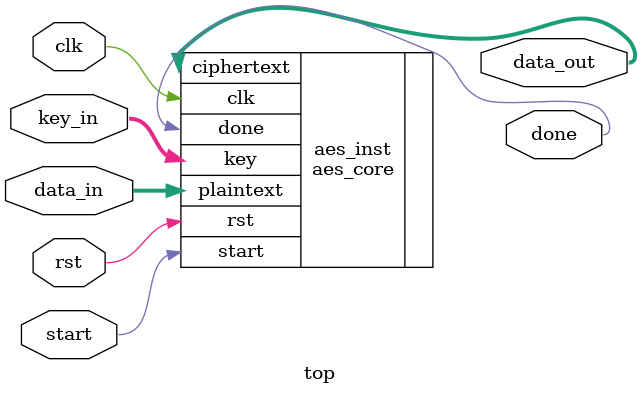
<source format=v>
module top (
    input clk,
    input rst,
    input start,
    input [127:0] data_in,
    input [127:0] key_in,
    output [127:0] data_out,
    output done
);
    // Instantiate AES core
    aes_core aes_inst (
        .clk(clk),
        .rst(rst),
        .start(start),
        .plaintext(data_in),
        .key(key_in),
        .ciphertext(data_out),
        .done(done)
    );
endmodule

</source>
